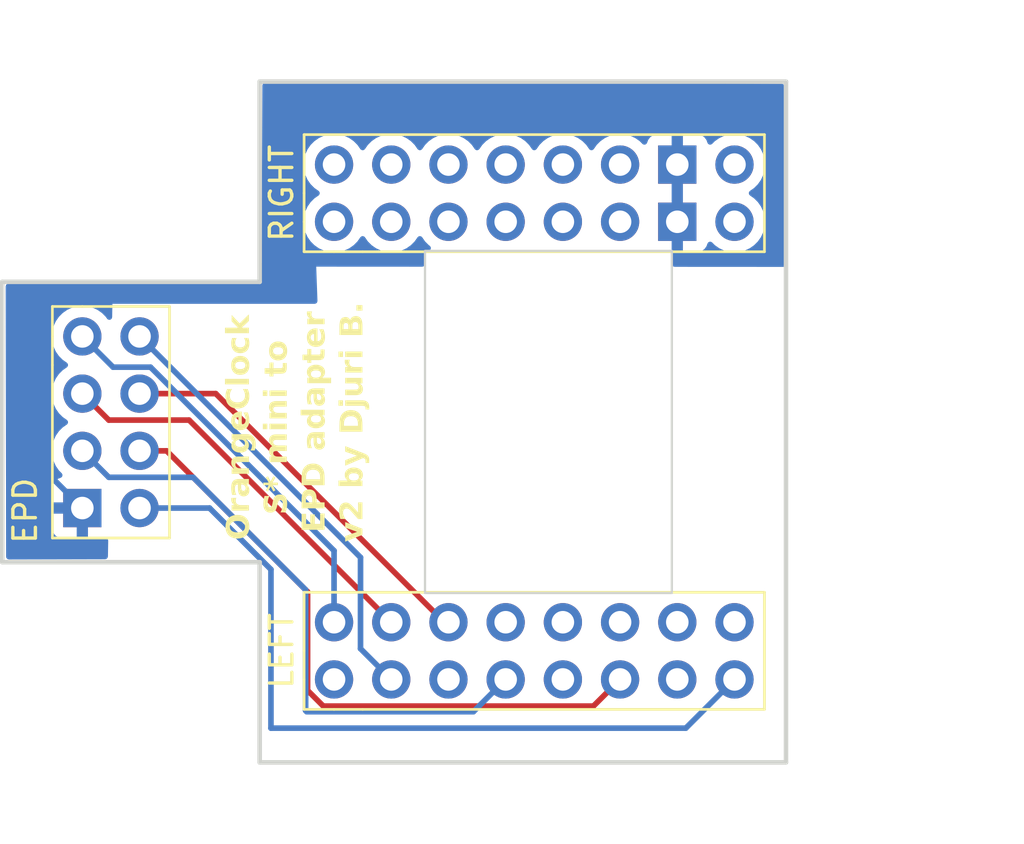
<source format=kicad_pcb>
(kicad_pcb (version 20221018) (generator pcbnew)
  (layers (0 "F.Cu" signal) (31 "B.Cu" signal) (34 "B.Paste" user) (35 "F.Paste" user) (36 "B.SilkS" user "B.Silkscreen") (37 "F.SilkS" user "F.Silkscreen") (38 "B.Mask" user) (39 "F.Mask" user) (44 "Edge.Cuts" user))
  (net 0 "")
  (net 1 "BUSY")
  (net 2 "RES")
  (net 3 "DC")
  (net 4 "CS")
  (net 5 "SCL")
  (net 6 "SDA")
  (net 7 "GND")
  (net 8 "+3V3")
  (net 31 "VBUS")
  (footprint "Connector_PinHeader_2.54mm:PinHeader_2x04_P2.54mm_Vertical" (layer "F.Cu") (at 103.605714 80.147)
    (fp_text reference "J1" hide)
    (fp_text value "EPD" (at -2.54 7.737 90) (layer "F.SilkS"))
    (fp_line (start -1.33 -1.33) (end 0 -1.33) (stroke (width 0.12)) (layer "F.SilkS"))
    (fp_line (start -1.33 0) (end -1.33 -1.33) (stroke (width 0.12)) (layer "F.SilkS"))
    (fp_line (start -1.33 1.27) (end -1.33 0) (stroke (width 0.12)) (layer "F.SilkS"))
    (fp_line (start -1.33 1.27) (end -1.33 8.95) (stroke (width 0.12)) (layer "F.SilkS"))
    (fp_line (start -1.33 8.95) (end 3.87 8.95) (stroke (width 0.12)) (layer "F.SilkS"))
    (fp_line (start 0 -1.33) (end 1.27 -1.33) (stroke (width 0.12)) (layer "F.SilkS"))
    (fp_line (start 1.27 -1.33) (end 3.87 -1.33) (stroke (width 0.12)) (layer "F.SilkS"))
    (fp_line (start 3.87 -1.33) (end 3.87 8.95) (stroke (width 0.12)) (layer "F.SilkS"))
    (pad "1" thru_hole circle (at 0 0) (size 1.7 1.7) (drill 1) (layers "*.Cu" "*.Mask") (net 1 "BUSY"))
    (pad "2" thru_hole oval (at 2.54 0) (size 1.7 1.7) (drill 1) (layers "*.Cu" "*.Mask") (net 2 "RES"))
    (pad "3" thru_hole oval (at 0 2.54) (size 1.7 1.7) (drill 1) (layers "*.Cu" "*.Mask") (net 3 "DC"))
    (pad "4" thru_hole oval (at 2.54 2.54) (size 1.7 1.7) (drill 1) (layers "*.Cu" "*.Mask") (net 4 "CS"))
    (pad "5" thru_hole oval (at 0 5.08) (size 1.7 1.7) (drill 1) (layers "*.Cu" "*.Mask") (net 5 "SCL"))
    (pad "6" thru_hole oval (at 2.54 5.08) (size 1.7 1.7) (drill 1) (layers "*.Cu" "*.Mask") (net 6 "SDA"))
    (pad "7" thru_hole rect (at 0 7.62) (size 1.7 1.7) (drill 1) (layers "*.Cu" "*.Mask") (net 7 "GND"))
    (pad "8" thru_hole oval (at 2.54 7.62) (size 1.7 1.7) (drill 1) (layers "*.Cu" "*.Mask") (net 8 "+3V3"))
  )
  (footprint "Connector_PinHeader_2.54mm:PinHeader_2x08_P2.54mm_Vertical_nognd" (layer "F.Cu") (at 114.781714 75.057 90)
    (fp_text reference "RIGHT" (at 1.27 -2.33 90) (layer "F.SilkS"))
    (fp_text value "Conn_02x08_Odd_Even")
    (fp_line (start -1.33 -1.33) (end 0 -1.33) (stroke (width 0.12)) (layer "F.SilkS"))
    (fp_line (start -1.33 0) (end -1.33 -1.33) (stroke (width 0.12)) (layer "F.SilkS"))
    (fp_line (start -1.33 1.27) (end -1.33 0) (stroke (width 0.12)) (layer "F.SilkS"))
    (fp_line (start -1.33 1.27) (end -1.33 19.11) (stroke (width 0.12)) (layer "F.SilkS"))
    (fp_line (start -1.33 19.11) (end 3.87 19.11) (stroke (width 0.12)) (layer "F.SilkS"))
    (fp_line (start 0 -1.33) (end 1.27 -1.33) (stroke (width 0.12)) (layer "F.SilkS"))
    (fp_line (start 1.27 -1.33) (end 3.87 -1.33) (stroke (width 0.12)) (layer "F.SilkS"))
    (fp_line (start 3.87 -1.33) (end 3.87 19.11) (stroke (width 0.12)) (layer "F.SilkS"))
    (pad "1" thru_hole circle (at 0 0 90) (size 1.7 1.7) (drill 1) (layers "*.Cu" "*.Mask"))
    (pad "2" thru_hole oval (at 2.54 0 90) (size 1.7 1.7) (drill 1) (layers "*.Cu" "*.Mask"))
    (pad "3" thru_hole oval (at 0 2.54 90) (size 1.7 1.7) (drill 1) (layers "*.Cu" "*.Mask"))
    (pad "4" thru_hole oval (at 2.54 2.54 90) (size 1.7 1.7) (drill 1) (layers "*.Cu" "*.Mask"))
    (pad "5" thru_hole oval (at 0 5.08 90) (size 1.7 1.7) (drill 1) (layers "*.Cu" "*.Mask"))
    (pad "6" thru_hole oval (at 2.54 5.08 90) (size 1.7 1.7) (drill 1) (layers "*.Cu" "*.Mask"))
    (pad "7" thru_hole oval (at 0 7.62 90) (size 1.7 1.7) (drill 1) (layers "*.Cu" "*.Mask"))
    (pad "8" thru_hole oval (at 2.54 7.62 90) (size 1.7 1.7) (drill 1) (layers "*.Cu" "*.Mask"))
    (pad "9" thru_hole oval (at 0 10.16 90) (size 1.7 1.7) (drill 1) (layers "*.Cu" "*.Mask"))
    (pad "10" thru_hole oval (at 2.54 10.16 90) (size 1.7 1.7) (drill 1) (layers "*.Cu" "*.Mask"))
    (pad "11" thru_hole oval (at 0 12.7 90) (size 1.7 1.7) (drill 1) (layers "*.Cu" "*.Mask"))
    (pad "12" thru_hole oval (at 2.54 12.7 90) (size 1.7 1.7) (drill 1) (layers "*.Cu" "*.Mask"))
    (pad "13" thru_hole rect (at 0 15.24 90) (size 1.7 1.7) (drill 1) (layers "*.Cu" "*.Mask") (net 7 "GND"))
    (pad "14" thru_hole rect (at 2.54 15.24 90) (size 1.7 1.7) (drill 1) (layers "*.Cu" "*.Mask") (net 7 "GND"))
    (pad "15" thru_hole oval (at 0 17.78 90) (size 1.7 1.7) (drill 1) (layers "*.Cu" "*.Mask"))
    (pad "16" thru_hole oval (at 2.54 17.78 90) (size 1.7 1.7) (drill 1) (layers "*.Cu" "*.Mask") (net 31 "VBUS"))
  )
  (footprint "Connector_PinHeader_2.54mm:PinHeader_2x08_P2.54mm_Vertical" (layer "F.Cu") (at 114.781714 95.377 90)
    (fp_text reference "LEFT" (at 1.27 -2.33 90) (layer "F.SilkS"))
    (fp_text value "Conn_02x08_Odd_Even")
    (fp_line (start -1.33 -1.33) (end 0 -1.33) (stroke (width 0.12)) (layer "F.SilkS"))
    (fp_line (start -1.33 0) (end -1.33 -1.33) (stroke (width 0.12)) (layer "F.SilkS"))
    (fp_line (start -1.33 1.27) (end -1.33 0) (stroke (width 0.12)) (layer "F.SilkS"))
    (fp_line (start -1.33 1.27) (end -1.33 19.11) (stroke (width 0.12)) (layer "F.SilkS"))
    (fp_line (start -1.33 19.11) (end 3.87 19.11) (stroke (width 0.12)) (layer "F.SilkS"))
    (fp_line (start 0 -1.33) (end 1.27 -1.33) (stroke (width 0.12)) (layer "F.SilkS"))
    (fp_line (start 1.27 -1.33) (end 3.87 -1.33) (stroke (width 0.12)) (layer "F.SilkS"))
    (fp_line (start 3.87 -1.33) (end 3.87 19.11) (stroke (width 0.12)) (layer "F.SilkS"))
    (pad "1" thru_hole circle (at 0 0 90) (size 1.7 1.7) (drill 1) (layers "*.Cu" "*.Mask"))
    (pad "2" thru_hole oval (at 2.54 0 90) (size 1.7 1.7) (drill 1) (layers "*.Cu" "*.Mask") (net 1 "BUSY"))
    (pad "3" thru_hole oval (at 0 2.54 90) (size 1.7 1.7) (drill 1) (layers "*.Cu" "*.Mask") (net 2 "RES"))
    (pad "4" thru_hole oval (at 2.54 2.54 90) (size 1.7 1.7) (drill 1) (layers "*.Cu" "*.Mask") (net 3 "DC"))
    (pad "5" thru_hole oval (at 0 5.08 90) (size 1.7 1.7) (drill 1) (layers "*.Cu" "*.Mask"))
    (pad "6" thru_hole oval (at 2.54 5.08 90) (size 1.7 1.7) (drill 1) (layers "*.Cu" "*.Mask") (net 4 "CS"))
    (pad "7" thru_hole oval (at 0 7.62 90) (size 1.7 1.7) (drill 1) (layers "*.Cu" "*.Mask") (net 5 "SCL"))
    (pad "8" thru_hole oval (at 2.54 7.62 90) (size 1.7 1.7) (drill 1) (layers "*.Cu" "*.Mask"))
    (pad "9" thru_hole oval (at 0 10.16 90) (size 1.7 1.7) (drill 1) (layers "*.Cu" "*.Mask"))
    (pad "10" thru_hole oval (at 2.54 10.16 90) (size 1.7 1.7) (drill 1) (layers "*.Cu" "*.Mask"))
    (pad "11" thru_hole oval (at 0 12.7 90) (size 1.7 1.7) (drill 1) (layers "*.Cu" "*.Mask") (net 6 "SDA"))
    (pad "12" thru_hole oval (at 2.54 12.7 90) (size 1.7 1.7) (drill 1) (layers "*.Cu" "*.Mask"))
    (pad "13" thru_hole oval (at 0 15.24 90) (size 1.7 1.7) (drill 1) (layers "*.Cu" "*.Mask"))
    (pad "14" thru_hole oval (at 2.54 15.24 90) (size 1.7 1.7) (drill 1) (layers "*.Cu" "*.Mask"))
    (pad "15" thru_hole oval (at 0 17.78 90) (size 1.7 1.7) (drill 1) (layers "*.Cu" "*.Mask") (net 8 "+3V3"))
    (pad "16" thru_hole oval (at 2.54 17.78 90) (size 1.7 1.7) (drill 1) (layers "*.Cu" "*.Mask"))
  )
  (gr_line (start 134.847714 68.834) (end 111.479714 68.834) (stroke (width 0.2)) (layer "Edge.Cuts"))
  (gr_line (start 111.479714 68.834) (end 111.479714 77.724) (stroke (width 0.2)) (layer "Edge.Cuts"))
  (gr_line (start 100.049714 77.724) (end 100.049714 90.17) (stroke (width 0.2)) (layer "Edge.Cuts"))
  (gr_line (start 111.479714 77.724) (end 100.049714 77.724) (stroke (width 0.2)) (layer "Edge.Cuts"))
  (gr_line (start 100.049714 90.17) (end 111.479714 90.17) (stroke (width 0.2)) (layer "Edge.Cuts"))
  (gr_line (start 111.479714 99.06) (end 134.847714 99.06) (stroke (width 0.2)) (layer "Edge.Cuts"))
  (gr_rect (start 118.82 76.35) (end 129.78 91.54) (stroke (width 0.1)) (fill none) (layer "Edge.Cuts"))
  (gr_line (start 134.847714 99.06) (end 134.847714 68.834) (stroke (width 0.2)) (layer "Edge.Cuts"))
  (gr_line (start 111.479714 90.17) (end 111.479714 99.06) (stroke (width 0.2)) (layer "Edge.Cuts"))
  (gr_text "OrangeClock \nS* mini to \nEPD adapter\nv2 by Djuri B." (at 116.211714 83.947001 90) (layer "F.SilkS") (effects (font (size 1 1) (thickness 0.2) bold) (justify bottom)))
  (segment (start 114.781714 89.661299) (end 114.781714 92.837) (width 0.25) (layer "B.Cu") (net 1))
  (segment (start 103.605714 80.147) (end 104.970714 81.512) (width 0.25) (layer "B.Cu") (net 1))
  (segment (start 106.632415 81.512) (end 114.781714 89.661299) (width 0.25) (layer "B.Cu") (net 1))
  (segment (start 104.970714 81.512) (end 106.632415 81.512) (width 0.25) (layer "B.Cu") (net 1))
  (segment (start 115.956714 94.012) (end 117.321714 95.377) (width 0.25) (layer "B.Cu") (net 2))
  (segment (start 106.145714 80.147) (end 115.956714 89.958) (width 0.25) (layer "B.Cu") (net 2))
  (segment (start 115.956714 89.958) (end 115.956714 94.012) (width 0.25) (layer "B.Cu") (net 2))
  (segment (start 108.346714 83.862) (end 117.321714 92.837) (width 0.25) (layer "F.Cu") (net 3))
  (segment (start 103.605714 82.687) (end 104.780714 83.862) (width 0.25) (layer "F.Cu") (net 3))
  (segment (start 104.780714 83.862) (end 108.346714 83.862) (width 0.25) (layer "F.Cu") (net 3))
  (segment (start 109.530223 82.687) (end 119.680223 92.837) (width 0.25) (layer "F.Cu") (net 4))
  (segment (start 119.680223 92.837) (end 119.861714 92.837) (width 0.25) (layer "F.Cu") (net 4))
  (segment (start 106.145714 82.687) (end 109.530223 82.687) (width 0.25) (layer "F.Cu") (net 4))
  (segment (start 104.780714 86.402) (end 108.524887 86.402) (width 0.25) (layer "B.Cu") (net 5))
  (segment (start 113.57 96.81) (end 120.968714 96.81) (width 0.25) (layer "B.Cu") (net 5))
  (segment (start 113.52 96.76) (end 113.57 96.81) (width 0.25) (layer "B.Cu") (net 5))
  (segment (start 103.605714 85.227) (end 104.780714 86.402) (width 0.25) (layer "B.Cu") (net 5))
  (segment (start 113.52 91.397113) (end 113.52 96.76) (width 0.25) (layer "B.Cu") (net 5))
  (segment (start 120.968714 96.81) (end 122.401714 95.377) (width 0.25) (layer "B.Cu") (net 5))
  (segment (start 108.524887 86.402) (end 113.52 91.397113) (width 0.25) (layer "B.Cu") (net 5))
  (segment (start 114.303013 96.56) (end 126.298714 96.56) (width 0.25) (layer "F.Cu") (net 6))
  (segment (start 126.298714 96.56) (end 127.481714 95.377) (width 0.25) (layer "F.Cu") (net 6))
  (segment (start 113.606714 95.863701) (end 114.303013 96.56) (width 0.25) (layer "F.Cu") (net 6))
  (segment (start 106.145714 85.227) (end 107.347795 85.227) (width 0.25) (layer "F.Cu") (net 6))
  (segment (start 113.606714 91.485919) (end 113.606714 95.863701) (width 0.25) (layer "F.Cu") (net 6))
  (segment (start 107.347795 85.227) (end 113.606714 91.485919) (width 0.25) (layer "F.Cu") (net 6))
  (segment (start 112.16 78.14) (end 102.2 78.14) (width 0.25) (layer "B.Cu") (net 7))
  (segment (start 101.25 85.411286) (end 103.605714 87.767) (width 0.25) (layer "B.Cu") (net 7))
  (segment (start 112.14 70.54) (end 112.14 78.04) (width 0.25) (layer "B.Cu") (net 7))
  (segment (start 112.14 78.04) (end 112.2 78.1) (width 0.25) (layer "B.Cu") (net 7))
  (segment (start 112.2 78.1) (end 112.16 78.14) (width 0.25) (layer "B.Cu") (net 7))
  (segment (start 130.01 70.54) (end 112.14 70.54) (width 0.25) (layer "B.Cu") (net 7))
  (segment (start 102.2 78.14) (end 101.25 79.09) (width 0.25) (layer "B.Cu") (net 7))
  (segment (start 130.021714 72.517) (end 130.021714 70.551714) (width 0.25) (layer "B.Cu") (net 7))
  (segment (start 101.25 79.09) (end 101.25 85.411286) (width 0.25) (layer "B.Cu") (net 7))
  (segment (start 130.021714 75.057) (end 130.021714 72.517) (width 0.25) (layer "B.Cu") (net 7))
  (segment (start 130.021714 70.551714) (end 130.01 70.54) (width 0.25) (layer "B.Cu") (net 7))
  (segment (start 109.253491 87.767) (end 111.98 90.493509) (width 0.25) (layer "B.Cu") (net 8))
  (segment (start 130.398714 97.54) (end 132.561714 95.377) (width 0.25) (layer "B.Cu") (net 8))
  (segment (start 106.145714 87.767) (end 109.253491 87.767) (width 0.25) (layer "B.Cu") (net 8))
  (segment (start 111.98 97.54) (end 130.398714 97.54) (width 0.25) (layer "B.Cu") (net 8))
  (segment (start 111.98 90.493509) (end 111.98 97.54) (width 0.25) (layer "B.Cu") (net 8))
  (zone (net 7) (net_name "GND") (layer "B.Cu") (connect_pads (clearance 0.5)) (min_thickness 0.25) (fill yes (thermal_gap 0.5) (thermal_bridge_width 0.5))
    (polygon (pts (xy 127.47 68.89) (xy 111.6 68.88) (xy 111.56 77.8) (xy 100.2 77.8) (xy 100.22 90.05) (xy 104.74 90.04) (xy 104.94 78.7) (xy 114.05 78.7) (xy 113.99 77.05) (xy 134.92 77.06) (xy 134.78 68.93) (xy 128.36 68.9)))
  )
)
</source>
